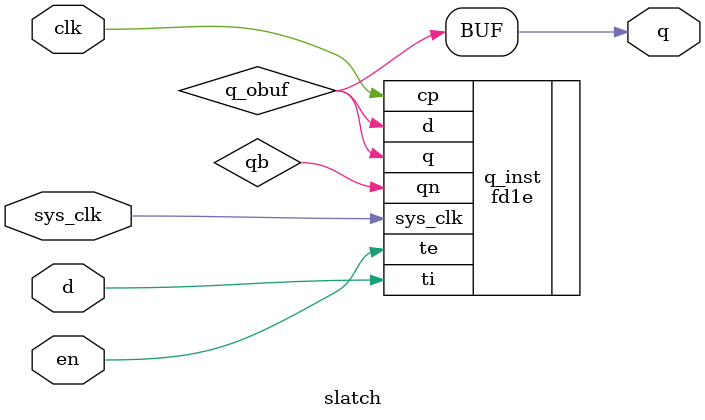
<source format=v>
/* verilator lint_off LITENDIAN */
`include "defs.v"

module slatch
(
	output q,
	input d,
	input clk,
	input en,
	input sys_clk // Generated
);
wire qb;

// Output buffers
wire q_obuf;


// Output buffers
assign q = q_obuf;


// LEGO.NET (25) - q : fd1e
fd1e q_inst
(
	.q /* OUT */ (q_obuf),
	.qn /* OUT */ (qb),
	.d /* IN */ (q_obuf),
	.cp /* IN */ (clk),
	.ti /* IN */ (d),
	.te /* IN */ (en),
	.sys_clk(sys_clk) // Generated
);

// LEGO.NET (26) - dummy : dummy
endmodule
/* verilator lint_on LITENDIAN */

</source>
